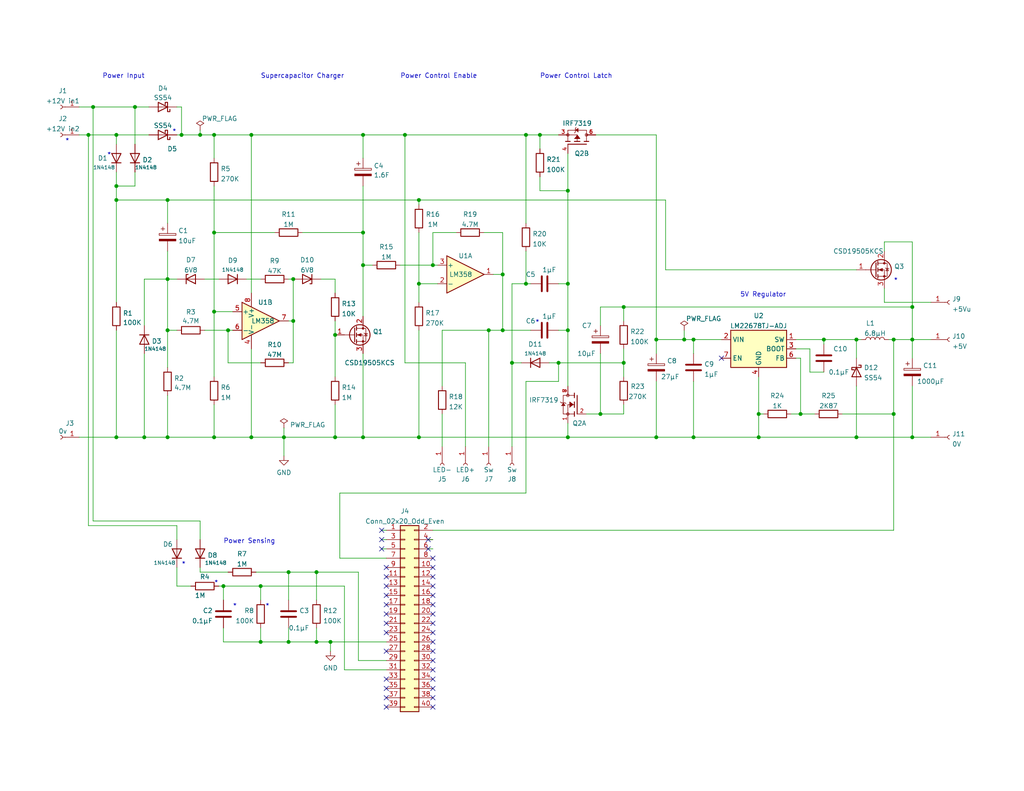
<source format=kicad_sch>
(kicad_sch (version 20211123) (generator eeschema)
  (paper "USLetter")
  (lib_symbols
    (symbol "Amplifier_Operational:LM358" (pin_names (offset 0.127))
      (property "Reference" "U" (at 0 5.08 0))
      (property "Value" "LM358" (at 0 -5.08 0))
      (symbol "LM358_1_1"
        (pin output line (at 7.62 0 180) (length 2.54) (name "~") (number "1"))
        (pin input line (at -7.62 -2.54 0) (length 2.54) (name "-") (number "2"))
        (pin input line (at -7.62 2.54 0) (length 2.54) (name "+") (number "3"))
      )
      (symbol "LM358_2_1"
        (pin input line (at -7.62 2.54 0) (length 2.54) (name "+") (number "5"))
        (pin input line (at -7.62 -2.54 0) (length 2.54) (name "-") (number "6"))
        (pin output line (at 7.62 0 180) (length 2.54) (name "~") (number "7"))
      )
      (symbol "LM358_3_1"
        (pin power_in line (at -2.54 -7.62 90) (length 3.81) (name "V-") (number "4"))
        (pin power_in line (at -2.54 7.62 270) (length 3.81) (name "V+") (number "8"))
      )
    )
    (symbol "Connector:Conn_01x01_Female" (pin_names (offset 1.016) hide)
      (property "Reference" "J" (at 0 2.54 0))
      (property "Value" "Conn_01x01_Female" (at 0 -2.54 0))
      (symbol "Conn_01x01_Female_1_1"
        (pin passive line (at -5.08 0 0) (length 3.81) (name "Pin_1") (number "1"))
      )
    )
    (symbol "Connector_Generic:Conn_02x20_Odd_Even" (pin_names (offset 1.016) hide)
      (property "Reference" "J" (at 1.27 25.4 0))
      (property "Value" "Conn_02x20_Odd_Even" (at 1.27 -27.94 0))
      (symbol "Conn_02x20_Odd_Even_1_1"
        (pin passive line (at -5.08 22.86 0) (length 3.81) (name "Pin_1") (number "1"))
        (pin passive line (at 7.62 12.7 180) (length 3.81) (name "Pin_10") (number "10"))
        (pin passive line (at -5.08 10.16 0) (length 3.81) (name "Pin_11") (number "11"))
        (pin passive line (at 7.62 10.16 180) (length 3.81) (name "Pin_12") (number "12"))
        (pin passive line (at -5.08 7.62 0) (length 3.81) (name "Pin_13") (number "13"))
        (pin passive line (at 7.62 7.62 180) (length 3.81) (name "Pin_14") (number "14"))
        (pin passive line (at -5.08 5.08 0) (length 3.81) (name "Pin_15") (number "15"))
        (pin passive line (at 7.62 5.08 180) (length 3.81) (name "Pin_16") (number "16"))
        (pin passive line (at -5.08 2.54 0) (length 3.81) (name "Pin_17") (number "17"))
        (pin passive line (at 7.62 2.54 180) (length 3.81) (name "Pin_18") (number "18"))
        (pin passive line (at -5.08 0 0) (length 3.81) (name "Pin_19") (number "19"))
        (pin passive line (at 7.62 22.86 180) (length 3.81) (name "Pin_2") (number "2"))
        (pin passive line (at 7.62 0 180) (length 3.81) (name "Pin_20") (number "20"))
        (pin passive line (at -5.08 -2.54 0) (length 3.81) (name "Pin_21") (number "21"))
        (pin passive line (at 7.62 -2.54 180) (length 3.81) (name "Pin_22") (number "22"))
        (pin passive line (at -5.08 -5.08 0) (length 3.81) (name "Pin_23") (number "23"))
        (pin passive line (at 7.62 -5.08 180) (length 3.81) (name "Pin_24") (number "24"))
        (pin passive line (at -5.08 -7.62 0) (length 3.81) (name "Pin_25") (number "25"))
        (pin passive line (at 7.62 -7.62 180) (length 3.81) (name "Pin_26") (number "26"))
        (pin passive line (at -5.08 -10.16 0) (length 3.81) (name "Pin_27") (number "27"))
        (pin passive line (at 7.62 -10.16 180) (length 3.81) (name "Pin_28") (number "28"))
        (pin passive line (at -5.08 -12.7 0) (length 3.81) (name "Pin_29") (number "29"))
        (pin passive line (at -5.08 20.32 0) (length 3.81) (name "Pin_3") (number "3"))
        (pin passive line (at 7.62 -12.7 180) (length 3.81) (name "Pin_30") (number "30"))
        (pin passive line (at -5.08 -15.24 0) (length 3.81) (name "Pin_31") (number "31"))
        (pin passive line (at 7.62 -15.24 180) (length 3.81) (name "Pin_32") (number "32"))
        (pin passive line (at -5.08 -17.78 0) (length 3.81) (name "Pin_33") (number "33"))
        (pin passive line (at 7.62 -17.78 180) (length 3.81) (name "Pin_34") (number "34"))
        (pin passive line (at -5.08 -20.32 0) (length 3.81) (name "Pin_35") (number "35"))
        (pin passive line (at 7.62 -20.32 180) (length 3.81) (name "Pin_36") (number "36"))
        (pin passive line (at -5.08 -22.86 0) (length 3.81) (name "Pin_37") (number "37"))
        (pin passive line (at 7.62 -22.86 180) (length 3.81) (name "Pin_38") (number "38"))
        (pin passive line (at -5.08 -25.4 0) (length 3.81) (name "Pin_39") (number "39"))
        (pin passive line (at 7.62 20.32 180) (length 3.81) (name "Pin_4") (number "4"))
        (pin passive line (at 7.62 -25.4 180) (length 3.81) (name "Pin_40") (number "40"))
        (pin passive line (at -5.08 17.78 0) (length 3.81) (name "Pin_5") (number "5"))
        (pin passive line (at 7.62 17.78 180) (length 3.81) (name "Pin_6") (number "6"))
        (pin passive line (at -5.08 15.24 0) (length 3.81) (name "Pin_7") (number "7"))
        (pin passive line (at 7.62 15.24 180) (length 3.81) (name "Pin_8") (number "8"))
        (pin passive line (at -5.08 12.7 0) (length 3.81) (name "Pin_9") (number "9"))
      )
    )
    (symbol "Device:C" (pin_numbers hide) (pin_names (offset 0.254))
      (property "Reference" "C" (at 0.635 2.54 0))
      (property "Value" "C" (at 0.635 -2.54 0))
      (symbol "C_1_1"
        (pin passive line (at 0 3.81 270) (length 2.794) (name "~") (number "1"))
        (pin passive line (at 0 -3.81 90) (length 2.794) (name "~") (number "2"))
      )
    )
    (symbol "Device:C_Polarized" (pin_numbers hide) (pin_names (offset 0.254))
      (property "Reference" "C" (at 0.635 2.54 0))
      (property "Value" "C_Polarized" (at 0.635 -2.54 0))
      (symbol "C_Polarized_1_1"
        (pin passive line (at 0 3.81 270) (length 2.794) (name "~") (number "1"))
        (pin passive line (at 0 -3.81 90) (length 2.794) (name "~") (number "2"))
      )
    )
    (symbol "Device:D" (pin_numbers hide) (pin_names (offset 1.016) hide)
      (property "Reference" "D" (at 0 2.54 0))
      (property "Value" "D" (at 0 -2.54 0))
      (symbol "D_1_1"
        (pin passive line (at -3.81 0 0) (length 2.54) (name "K") (number "1"))
        (pin passive line (at 3.81 0 180) (length 2.54) (name "A") (number "2"))
      )
    )
    (symbol "Device:D_Schottky" (pin_numbers hide) (pin_names (offset 1.016) hide)
      (property "Reference" "D" (at 0 2.54 0))
      (property "Value" "D_Schottky" (at 0 -2.54 0))
      (symbol "D_Schottky_1_1"
        (pin passive line (at -3.81 0 0) (length 2.54) (name "K") (number "1"))
        (pin passive line (at 3.81 0 180) (length 2.54) (name "A") (number "2"))
      )
    )
    (symbol "Device:D_Zener" (pin_numbers hide) (pin_names (offset 1.016) hide)
      (property "Reference" "D" (at 0 2.54 0))
      (property "Value" "D_Zener" (at 0 -2.54 0))
      (symbol "D_Zener_1_1"
        (pin passive line (at -3.81 0 0) (length 2.54) (name "K") (number "1"))
        (pin passive line (at 3.81 0 180) (length 2.54) (name "A") (number "2"))
      )
    )
    (symbol "Device:L" (pin_numbers hide) (pin_names (offset 1.016) hide)
      (property "Reference" "L" (at -1.27 0 90))
      (property "Value" "L" (at 1.905 0 90))
      (symbol "L_1_1"
        (pin passive line (at 0 3.81 270) (length 1.27) (name "1") (number "1"))
        (pin passive line (at 0 -3.81 90) (length 1.27) (name "2") (number "2"))
      )
    )
    (symbol "Device:R" (pin_numbers hide) (pin_names (offset 0))
      (property "Reference" "R" (at 2.032 0 90))
      (property "Value" "R" (at 0 0 90))
      (symbol "R_1_1"
        (pin passive line (at 0 3.81 270) (length 1.27) (name "~") (number "1"))
        (pin passive line (at 0 -3.81 90) (length 1.27) (name "~") (number "2"))
      )
    )
    (symbol "IRF7319:IRF7319" (pin_names (offset 1.016) hide)
      (property "Reference" "Q" (at -11.43 2.54 0))
      (property "Value" "IRF7319" (at -11.43 -7.62 0))
      (symbol "IRF7319_1_0"
        (pin passive line (at 0 -5.08 90) (length 2.54) (name "S1") (number "1"))
        (pin passive line (at -5.08 -2.54 0) (length 2.54) (name "G1") (number "2"))
        (pin passive line (at 0 5.08 270) (length 2.54) (name "D1") (number "7"))
        (pin passive line (at 0 5.08 270) (length 2.54) (name "D1") (number "8"))
      )
      (symbol "IRF7319_2_0"
        (pin passive line (at 0 -5.08 90) (length 2.54) (name "S2") (number "3"))
        (pin passive line (at -5.08 -2.54 0) (length 2.54) (name "G2") (number "4"))
        (pin passive line (at 0 5.08 270) (length 2.54) (name "D2") (number "5"))
        (pin passive line (at 0 5.08 270) (length 2.54) (name "D2") (number "6"))
      )
    )
    (symbol "IRF7319_1" (pin_names (offset 1.016) hide)
      (property "Reference" "Q" (at -11.43 2.54 0))
      (property "Value" "IRF7319_1" (at -11.43 -7.62 0))
      (symbol "IRF7319_1_1_0"
        (pin passive line (at 0 -5.08 90) (length 2.54) (name "S1") (number "1"))
        (pin passive line (at -5.08 -2.54 0) (length 2.54) (name "G1") (number "2"))
        (pin passive line (at 0 5.08 270) (length 2.54) (name "D1") (number "7"))
        (pin passive line (at 0 5.08 270) (length 2.54) (name "D1") (number "8"))
      )
      (symbol "IRF7319_1_2_0"
        (pin passive line (at 0 -5.08 90) (length 2.54) (name "S2") (number "3"))
        (pin passive line (at -5.08 -2.54 0) (length 2.54) (name "G2") (number "4"))
        (pin passive line (at 0 5.08 270) (length 2.54) (name "D2") (number "5"))
        (pin passive line (at 0 5.08 270) (length 2.54) (name "D2") (number "6"))
      )
    )
    (symbol "Regulator_Switching:LM22678TJ-ADJ"
      (property "Reference" "U" (at -6.35 6.35 0))
      (property "Value" "LM22678TJ-ADJ" (at 5.08 6.35 0))
      (symbol "LM22678TJ-ADJ_1_1"
        (pin power_out line (at 10.16 2.54 180) (length 2.54) (name "SW") (number "1"))
        (pin power_in line (at -10.16 2.54 0) (length 2.54) (name "VIN") (number "2"))
        (pin passive line (at 10.16 0 180) (length 2.54) (name "BOOT") (number "3"))
        (pin power_in line (at 0 -7.62 90) (length 2.54) (name "GND") (number "4"))
        (pin no_connect line (at -7.62 0 0) (length 2.54) hide (name "NC") (number "5"))
        (pin input line (at 10.16 -2.54 180) (length 2.54) (name "FB") (number "6"))
        (pin input line (at -10.16 -2.54 0) (length 2.54) (name "EN") (number "7"))
        (pin passive line (at 0 -7.62 90) (length 2.54) hide (name "GND") (number "8"))
      )
    )
    (symbol "csd19502q5b:CSD19505KCS" (pin_names hide)
      (property "Reference" "Q" (at 5.08 1.905 0))
      (property "Value" "CSD19505KCS" (at 5.08 0 0))
      (symbol "CSD19505KCS_1_1"
        (pin passive line (at -5.08 0 0) (length 2.54) (name "G") (number "1"))
        (pin passive line (at 2.54 5.08 270) (length 2.54) (name "D") (number "2"))
        (pin passive line (at 2.54 -5.08 90) (length 2.54) (name "S") (number "3"))
      )
    )
    (symbol "power:GND" (power) (pin_names (offset 0))
      (property "Value" "GND" (at 0 -3.81 0))
      (symbol "GND_1_1"
        (pin power_in line (at 0 0 270) (length 0) hide (name "GND") (number "1"))
      )
    )
    (symbol "power:PWR_FLAG" (power) (pin_numbers hide) (pin_names (offset 0) hide)
      (property "Value" "PWR_FLAG" (at 0 3.81 0))
      (symbol "PWR_FLAG_0_0"
        (pin power_out line (at 0 0 90) (length 0) (name "pwr") (number "1"))
      )
    )
  )
  (junction (at 233.68 119.38))
  (junction (at 154.94 77.47))
  (junction (at 114.3 54.61))
  (junction (at 99.06 119.38))
  (junction (at 248.92 119.38))
  (junction (at 71.12 175.26))
  (junction (at 31.75 119.38))
  (junction (at 154.94 52.07))
  (junction (at 114.3 77.47))
  (junction (at 78.74 156.21))
  (junction (at 207.01 119.38))
  (junction (at 137.16 74.93))
  (junction (at 207.01 113.03))
  (junction (at 60.96 160.02))
  (junction (at 68.58 36.83))
  (junction (at 189.23 119.38))
  (junction (at 68.58 119.38))
  (junction (at 143.51 77.47))
  (junction (at 224.79 92.71))
  (junction (at 179.07 119.38))
  (junction (at 110.49 36.83))
  (junction (at 31.75 36.83))
  (junction (at 133.35 90.17))
  (junction (at 170.18 99.06))
  (junction (at 90.17 175.26))
  (junction (at 118.11 72.39))
  (junction (at 45.72 90.17))
  (junction (at 86.36 175.26))
  (junction (at 143.51 36.83))
  (junction (at 248.92 83.82))
  (junction (at 45.72 54.61))
  (junction (at 147.32 36.83))
  (junction (at 39.37 119.38))
  (junction (at 58.42 63.5))
  (junction (at 139.7 99.06))
  (junction (at 45.72 76.2))
  (junction (at 54.61 36.83))
  (junction (at 243.84 113.03))
  (junction (at 154.94 90.17))
  (junction (at 71.12 160.02))
  (junction (at 80.01 76.2))
  (junction (at 243.84 92.71))
  (junction (at 78.74 175.26))
  (junction (at 137.16 90.17))
  (junction (at 77.47 119.38))
  (junction (at 86.36 156.21))
  (junction (at 91.44 119.38))
  (junction (at 25.4 29.21))
  (junction (at 189.23 92.71))
  (junction (at 233.68 92.71))
  (junction (at 31.75 54.61))
  (junction (at 99.06 72.39))
  (junction (at 24.13 36.83))
  (junction (at 58.42 85.09))
  (junction (at 152.4 99.06))
  (junction (at 248.92 92.71))
  (junction (at 49.53 36.83))
  (junction (at 170.18 83.82))
  (junction (at 154.94 119.38))
  (junction (at 114.3 119.38))
  (junction (at 91.44 91.44))
  (junction (at 58.42 119.38))
  (junction (at 218.44 113.03))
  (junction (at 31.75 50.8))
  (junction (at 62.23 90.17))
  (junction (at 186.69 92.71))
  (junction (at 58.42 36.83))
  (junction (at 99.06 63.5))
  (junction (at 163.83 113.03))
  (junction (at 80.01 87.63))
  (junction (at 99.06 36.83))
  (junction (at 36.83 29.21))
  (junction (at 45.72 119.38))
  (junction (at 179.07 92.71))
  (no_connect (at 105.41 162.56))
  (no_connect (at 104.14 144.78))
  (no_connect (at 105.41 165.1))
  (no_connect (at 118.11 162.56))
  (no_connect (at 105.41 187.96))
  (no_connect (at 104.14 147.32))
  (no_connect (at 118.11 182.88))
  (no_connect (at 118.11 170.18))
  (no_connect (at 118.11 187.96))
  (no_connect (at 104.14 149.86))
  (no_connect (at 105.41 170.18))
  (no_connect (at 118.11 154.94))
  (no_connect (at 105.41 167.64))
  (no_connect (at 118.11 167.64))
  (no_connect (at 118.11 177.8))
  (no_connect (at 118.11 157.48))
  (no_connect (at 116.84 147.32))
  (no_connect (at 105.41 177.8))
  (no_connect (at 105.41 185.42))
  (no_connect (at 118.11 172.72))
  (no_connect (at 116.84 149.86))
  (no_connect (at 118.11 160.02))
  (no_connect (at 196.85 97.79))
  (no_connect (at 105.41 160.02))
  (no_connect (at 118.11 185.42))
  (no_connect (at 118.11 193.04))
  (no_connect (at 118.11 190.5))
  (no_connect (at 105.41 157.48))
  (no_connect (at 105.41 172.72))
  (no_connect (at 118.11 180.34))
  (no_connect (at 105.41 190.5))
  (no_connect (at 118.11 165.1))
  (no_connect (at 105.41 193.04))
  (no_connect (at 105.41 154.94))
  (no_connect (at 118.11 175.26))
  (no_connect (at 118.11 152.4))
  (wire (pts (xy 114.3 119.38) (xy 154.94 119.38)))
  (wire (pts (xy 186.69 90.17) (xy 186.69 92.71)))
  (wire (pts (xy 179.07 92.71) (xy 179.07 96.52)))
  (wire (pts (xy 132.08 63.5) (xy 137.16 63.5)))
  (wire (pts (xy 99.06 50.8) (xy 99.06 63.5)))
  (wire (pts (xy 220.98 101.6) (xy 220.98 95.25)))
  (wire (pts (xy 139.7 99.06) (xy 142.24 99.06)))
  (wire (pts (xy 60.96 160.02) (xy 71.12 160.02)))
  (wire (pts (xy 248.92 66.04) (xy 241.3 66.04)))
  (wire (pts (xy 78.74 76.2) (xy 80.01 76.2)))
  (wire (pts (xy 25.4 142.24) (xy 54.61 142.24)))
  (wire (pts (xy 154.94 119.38) (xy 179.07 119.38)))
  (wire (pts (xy 91.44 91.44) (xy 91.44 102.87)))
  (wire (pts (xy 86.36 156.21) (xy 97.79 156.21)))
  (wire (pts (xy 114.3 77.47) (xy 114.3 82.55)))
  (wire (pts (xy 137.16 90.17) (xy 144.78 90.17)))
  (wire (pts (xy 104.14 149.86) (xy 105.41 149.86)))
  (wire (pts (xy 59.69 76.2) (xy 55.88 76.2)))
  (wire (pts (xy 229.87 113.03) (xy 243.84 113.03)))
  (wire (pts (xy 241.3 82.55) (xy 254 82.55)))
  (wire (pts (xy 110.49 99.06) (xy 127 99.06)))
  (wire (pts (xy 110.49 99.06) (xy 110.49 36.83)))
  (wire (pts (xy 124.46 63.5) (xy 118.11 63.5)))
  (wire (pts (xy 248.92 92.71) (xy 254 92.71)))
  (wire (pts (xy 137.16 74.93) (xy 137.16 90.17)))
  (wire (pts (xy 143.51 77.47) (xy 144.78 77.47)))
  (wire (pts (xy 179.07 119.38) (xy 189.23 119.38)))
  (wire (pts (xy 114.3 55.88) (xy 114.3 54.61)))
  (wire (pts (xy 58.42 110.49) (xy 58.42 119.38)))
  (wire (pts (xy 196.85 92.71) (xy 189.23 92.71)))
  (wire (pts (xy 31.75 90.17) (xy 31.75 119.38)))
  (wire (pts (xy 92.71 152.4) (xy 92.71 134.62)))
  (wire (pts (xy 48.26 36.83) (xy 49.53 36.83)))
  (wire (pts (xy 91.44 87.63) (xy 91.44 91.44)))
  (wire (pts (xy 25.4 29.21) (xy 36.83 29.21)))
  (wire (pts (xy 60.96 171.45) (xy 60.96 175.26)))
  (wire (pts (xy 62.23 156.21) (xy 54.61 156.21)))
  (wire (pts (xy 54.61 36.83) (xy 54.61 35.56)))
  (wire (pts (xy 218.44 113.03) (xy 215.9 113.03)))
  (wire (pts (xy 58.42 63.5) (xy 58.42 85.09)))
  (wire (pts (xy 99.06 119.38) (xy 114.3 119.38)))
  (wire (pts (xy 163.83 96.52) (xy 163.83 113.03)))
  (wire (pts (xy 48.26 76.2) (xy 45.72 76.2)))
  (wire (pts (xy 139.7 121.92) (xy 139.7 99.06)))
  (wire (pts (xy 91.44 76.2) (xy 91.44 80.01)))
  (wire (pts (xy 143.51 60.96) (xy 143.51 36.83)))
  (wire (pts (xy 58.42 36.83) (xy 68.58 36.83)))
  (wire (pts (xy 133.35 90.17) (xy 133.35 121.92)))
  (wire (pts (xy 137.16 63.5) (xy 137.16 74.93)))
  (wire (pts (xy 233.68 73.66) (xy 181.61 73.66)))
  (wire (pts (xy 45.72 76.2) (xy 45.72 90.17)))
  (wire (pts (xy 39.37 96.52) (xy 39.37 119.38)))
  (wire (pts (xy 31.75 119.38) (xy 39.37 119.38)))
  (wire (pts (xy 133.35 90.17) (xy 137.16 90.17)))
  (wire (pts (xy 82.55 63.5) (xy 99.06 63.5)))
  (wire (pts (xy 48.26 29.21) (xy 49.53 29.21)))
  (wire (pts (xy 45.72 90.17) (xy 48.26 90.17)))
  (wire (pts (xy 91.44 119.38) (xy 99.06 119.38)))
  (wire (pts (xy 71.12 163.83) (xy 71.12 160.02)))
  (wire (pts (xy 116.84 147.32) (xy 118.11 147.32)))
  (wire (pts (xy 154.94 77.47) (xy 154.94 90.17)))
  (wire (pts (xy 189.23 96.52) (xy 189.23 92.71)))
  (wire (pts (xy 36.83 46.99) (xy 36.83 50.8)))
  (wire (pts (xy 86.36 163.83) (xy 86.36 156.21)))
  (wire (pts (xy 78.74 175.26) (xy 86.36 175.26)))
  (wire (pts (xy 152.4 99.06) (xy 170.18 99.06)))
  (wire (pts (xy 45.72 119.38) (xy 58.42 119.38)))
  (wire (pts (xy 149.86 99.06) (xy 152.4 99.06)))
  (wire (pts (xy 114.3 90.17) (xy 114.3 119.38)))
  (wire (pts (xy 31.75 36.83) (xy 31.75 39.37)))
  (wire (pts (xy 119.38 77.47) (xy 114.3 77.47)))
  (wire (pts (xy 101.6 72.39) (xy 99.06 72.39)))
  (wire (pts (xy 127 121.92) (xy 127 99.06)))
  (wire (pts (xy 241.3 66.04) (xy 241.3 68.58)))
  (wire (pts (xy 49.53 36.83) (xy 54.61 36.83)))
  (wire (pts (xy 119.38 72.39) (xy 118.11 72.39)))
  (wire (pts (xy 58.42 43.18) (xy 58.42 36.83)))
  (wire (pts (xy 45.72 90.17) (xy 45.72 100.33)))
  (wire (pts (xy 163.83 83.82) (xy 163.83 88.9)))
  (wire (pts (xy 162.56 36.83) (xy 179.07 36.83)))
  (wire (pts (xy 99.06 72.39) (xy 99.06 86.36)))
  (wire (pts (xy 62.23 90.17) (xy 63.5 90.17)))
  (wire (pts (xy 248.92 66.04) (xy 248.92 83.82)))
  (wire (pts (xy 154.94 52.07) (xy 154.94 77.47)))
  (wire (pts (xy 87.63 76.2) (xy 91.44 76.2)))
  (wire (pts (xy 133.35 90.17) (xy 120.65 90.17)))
  (wire (pts (xy 24.13 36.83) (xy 24.13 143.51)))
  (wire (pts (xy 181.61 54.61) (xy 181.61 73.66)))
  (wire (pts (xy 39.37 76.2) (xy 39.37 88.9)))
  (wire (pts (xy 152.4 77.47) (xy 154.94 77.47)))
  (wire (pts (xy 45.72 68.58) (xy 45.72 76.2)))
  (wire (pts (xy 147.32 40.64) (xy 147.32 36.83)))
  (wire (pts (xy 86.36 171.45) (xy 86.36 175.26)))
  (wire (pts (xy 170.18 113.03) (xy 163.83 113.03)))
  (wire (pts (xy 217.17 97.79) (xy 218.44 97.79)))
  (wire (pts (xy 186.69 92.71) (xy 189.23 92.71)))
  (wire (pts (xy 120.65 90.17) (xy 120.65 105.41)))
  (wire (pts (xy 218.44 97.79) (xy 218.44 113.03)))
  (wire (pts (xy 120.65 113.03) (xy 120.65 121.92)))
  (wire (pts (xy 179.07 36.83) (xy 179.07 92.71)))
  (wire (pts (xy 189.23 119.38) (xy 207.01 119.38)))
  (wire (pts (xy 109.22 72.39) (xy 118.11 72.39)))
  (wire (pts (xy 36.83 29.21) (xy 36.83 39.37)))
  (wire (pts (xy 97.79 180.34) (xy 97.79 156.21)))
  (wire (pts (xy 78.74 156.21) (xy 86.36 156.21)))
  (wire (pts (xy 233.68 119.38) (xy 207.01 119.38)))
  (wire (pts (xy 105.41 182.88) (xy 93.98 182.88)))
  (wire (pts (xy 154.94 115.57) (xy 154.94 119.38)))
  (wire (pts (xy 248.92 83.82) (xy 170.18 83.82)))
  (wire (pts (xy 93.98 182.88) (xy 93.98 160.02)))
  (wire (pts (xy 104.14 144.78) (xy 105.41 144.78)))
  (wire (pts (xy 233.68 105.41) (xy 233.68 119.38)))
  (wire (pts (xy 21.59 36.83) (xy 24.13 36.83)))
  (wire (pts (xy 134.62 74.93) (xy 137.16 74.93)))
  (wire (pts (xy 78.74 87.63) (xy 80.01 87.63)))
  (wire (pts (xy 147.32 36.83) (xy 152.4 36.83)))
  (wire (pts (xy 59.69 160.02) (xy 60.96 160.02)))
  (wire (pts (xy 21.59 29.21) (xy 25.4 29.21)))
  (wire (pts (xy 243.84 113.03) (xy 243.84 144.78)))
  (wire (pts (xy 139.7 99.06) (xy 139.7 77.47)))
  (wire (pts (xy 68.58 80.01) (xy 68.58 36.83)))
  (wire (pts (xy 54.61 156.21) (xy 54.61 154.94)))
  (wire (pts (xy 143.51 68.58) (xy 143.51 77.47)))
  (wire (pts (xy 31.75 36.83) (xy 40.64 36.83)))
  (wire (pts (xy 224.79 93.98) (xy 224.79 92.71)))
  (wire (pts (xy 31.75 46.99) (xy 31.75 50.8)))
  (wire (pts (xy 90.17 175.26) (xy 90.17 177.8)))
  (wire (pts (xy 152.4 90.17) (xy 154.94 90.17)))
  (wire (pts (xy 241.3 78.74) (xy 241.3 82.55)))
  (wire (pts (xy 77.47 116.84) (xy 77.47 119.38)))
  (wire (pts (xy 105.41 152.4) (xy 92.71 152.4)))
  (wire (pts (xy 248.92 83.82) (xy 248.92 92.71)))
  (wire (pts (xy 207.01 102.87) (xy 207.01 113.03)))
  (wire (pts (xy 105.41 180.34) (xy 97.79 180.34)))
  (wire (pts (xy 224.79 101.6) (xy 220.98 101.6)))
  (wire (pts (xy 207.01 113.03) (xy 207.01 119.38)))
  (wire (pts (xy 189.23 104.14) (xy 189.23 119.38)))
  (wire (pts (xy 154.94 90.17) (xy 154.94 105.41)))
  (wire (pts (xy 248.92 105.41) (xy 248.92 119.38)))
  (wire (pts (xy 99.06 63.5) (xy 99.06 72.39)))
  (wire (pts (xy 49.53 36.83) (xy 49.53 29.21)))
  (wire (pts (xy 69.85 156.21) (xy 78.74 156.21)))
  (wire (pts (xy 31.75 50.8) (xy 36.83 50.8)))
  (wire (pts (xy 170.18 87.63) (xy 170.18 83.82)))
  (wire (pts (xy 254 119.38) (xy 248.92 119.38)))
  (wire (pts (xy 143.51 104.14) (xy 143.51 134.62)))
  (wire (pts (xy 31.75 54.61) (xy 45.72 54.61)))
  (wire (pts (xy 208.28 113.03) (xy 207.01 113.03)))
  (wire (pts (xy 68.58 119.38) (xy 77.47 119.38)))
  (wire (pts (xy 170.18 110.49) (xy 170.18 113.03)))
  (wire (pts (xy 68.58 95.25) (xy 68.58 119.38)))
  (wire (pts (xy 170.18 102.87) (xy 170.18 99.06)))
  (wire (pts (xy 25.4 29.21) (xy 25.4 142.24)))
  (wire (pts (xy 63.5 85.09) (xy 58.42 85.09)))
  (wire (pts (xy 222.25 113.03) (xy 218.44 113.03)))
  (wire (pts (xy 118.11 144.78) (xy 243.84 144.78)))
  (wire (pts (xy 248.92 92.71) (xy 243.84 92.71)))
  (wire (pts (xy 233.68 97.79) (xy 233.68 92.71)))
  (wire (pts (xy 116.84 149.86) (xy 118.11 149.86)))
  (wire (pts (xy 243.84 113.03) (xy 243.84 92.71)))
  (wire (pts (xy 80.01 87.63) (xy 80.01 99.06)))
  (wire (pts (xy 71.12 175.26) (xy 78.74 175.26)))
  (wire (pts (xy 31.75 50.8) (xy 31.75 54.61)))
  (wire (pts (xy 39.37 76.2) (xy 45.72 76.2)))
  (wire (pts (xy 71.12 99.06) (xy 62.23 99.06)))
  (wire (pts (xy 31.75 82.55) (xy 31.75 54.61)))
  (wire (pts (xy 60.96 175.26) (xy 71.12 175.26)))
  (wire (pts (xy 71.12 171.45) (xy 71.12 175.26)))
  (wire (pts (xy 45.72 54.61) (xy 45.72 60.96)))
  (wire (pts (xy 170.18 95.25) (xy 170.18 99.06)))
  (wire (pts (xy 248.92 97.79) (xy 248.92 92.71)))
  (wire (pts (xy 154.94 41.91) (xy 154.94 52.07)))
  (wire (pts (xy 114.3 63.5) (xy 114.3 77.47)))
  (wire (pts (xy 99.06 43.18) (xy 99.06 36.83)))
  (wire (pts (xy 147.32 48.26) (xy 147.32 52.07)))
  (wire (pts (xy 58.42 36.83) (xy 54.61 36.83)))
  (wire (pts (xy 78.74 171.45) (xy 78.74 175.26)))
  (wire (pts (xy 45.72 107.95) (xy 45.72 119.38)))
  (wire (pts (xy 99.06 36.83) (xy 110.49 36.83)))
  (wire (pts (xy 62.23 90.17) (xy 62.23 99.06)))
  (wire (pts (xy 80.01 76.2) (xy 80.01 87.63)))
  (wire (pts (xy 160.02 113.03) (xy 163.83 113.03)))
  (wire (pts (xy 179.07 92.71) (xy 186.69 92.71)))
  (wire (pts (xy 104.14 147.32) (xy 105.41 147.32)))
  (wire (pts (xy 48.26 154.94) (xy 48.26 160.02)))
  (wire (pts (xy 233.68 92.71) (xy 234.95 92.71)))
  (wire (pts (xy 77.47 124.46) (xy 77.47 119.38)))
  (wire (pts (xy 170.18 83.82) (xy 163.83 83.82)))
  (wire (pts (xy 143.51 36.83) (xy 147.32 36.83)))
  (wire (pts (xy 91.44 110.49) (xy 91.44 119.38)))
  (wire (pts (xy 242.57 92.71) (xy 243.84 92.71)))
  (wire (pts (xy 90.17 175.26) (xy 105.41 175.26)))
  (wire (pts (xy 78.74 163.83) (xy 78.74 156.21)))
  (wire (pts (xy 58.42 63.5) (xy 74.93 63.5)))
  (wire (pts (xy 248.92 119.38) (xy 233.68 119.38)))
  (wire (pts (xy 86.36 175.26) (xy 90.17 175.26)))
  (wire (pts (xy 68.58 36.83) (xy 99.06 36.83)))
  (wire (pts (xy 152.4 104.14) (xy 152.4 99.06)))
  (wire (pts (xy 110.49 36.83) (xy 143.51 36.83)))
  (wire (pts (xy 220.98 95.25) (xy 217.17 95.25)))
  (wire (pts (xy 58.42 119.38) (xy 68.58 119.38)))
  (wire (pts (xy 36.83 29.21) (xy 40.64 29.21)))
  (wire (pts (xy 217.17 92.71) (xy 224.79 92.71)))
  (wire (pts (xy 60.96 163.83) (xy 60.96 160.02)))
  (wire (pts (xy 21.59 119.38) (xy 31.75 119.38)))
  (wire (pts (xy 78.74 99.06) (xy 80.01 99.06)))
  (wire (pts (xy 71.12 160.02) (xy 93.98 160.02)))
  (wire (pts (xy 147.32 52.07) (xy 154.94 52.07)))
  (wire (pts (xy 55.88 90.17) (xy 62.23 90.17)))
  (wire (pts (xy 99.06 96.52) (xy 99.06 119.38)))
  (wire (pts (xy 24.13 36.83) (xy 31.75 36.83)))
  (wire (pts (xy 92.71 134.62) (xy 143.51 134.62)))
  (wire (pts (xy 58.42 50.8) (xy 58.42 63.5)))
  (wire (pts (xy 114.3 54.61) (xy 181.61 54.61)))
  (wire (pts (xy 48.26 160.02) (xy 52.07 160.02)))
  (wire (pts (xy 139.7 77.47) (xy 143.51 77.47)))
  (wire (pts (xy 58.42 102.87) (xy 58.42 85.09)))
  (wire (pts (xy 45.72 119.38) (xy 39.37 119.38)))
  (wire (pts (xy 179.07 119.38) (xy 179.07 104.14)))
  (wire (pts (xy 224.79 92.71) (xy 233.68 92.71)))
  (wire (pts (xy 118.11 63.5) (xy 118.11 72.39)))
  (wire (pts (xy 77.47 119.38) (xy 91.44 119.38)))
  (wire (pts (xy 67.31 76.2) (xy 71.12 76.2)))
  (wire (pts (xy 143.51 104.14) (xy 152.4 104.14)))
  (wire (pts (xy 48.26 143.51) (xy 48.26 147.32)))
  (wire (pts (xy 54.61 147.32) (xy 54.61 142.24)))
  (wire (pts (xy 45.72 54.61) (xy 114.3 54.61)))
  (wire (pts (xy 24.13 143.51) (xy 48.26 143.51)))
  (text "*" (at 243.84 77.47 0) (effects (font (size 1.27 1.27)) (justify left bottom)))
  (text "5V Regulator" (at 201.93 81.28 0) (effects (font (size 1.27 1.27)) (justify left bottom)))
  (text "Power Input\n" (at 27.94 21.59 0) (effects (font (size 1.27 1.27)) (justify left bottom)))
  (text "Supercapacitor Charger" (at 71.12 21.59 0) (effects (font (size 1.27 1.27)) (justify left bottom)))
  (text "*" (at 146.05 88.9 0) (effects (font (size 1.27 1.27)) (justify left bottom)))
  (text "*" (at 29.21 43.18 0) (effects (font (size 1.27 1.27)) (justify left bottom)))
  (text "Power Control Enable" (at 109.22 21.59 0) (effects (font (size 1.27 1.27)) (justify left bottom)))
  (text "*" (at 17.78 39.37 0) (effects (font (size 1.27 1.27)) (justify left bottom)))
  (text "Power Control Latch" (at 147.32 21.59 0) (effects (font (size 1.27 1.27)) (justify left bottom)))
  (text "*" (at 58.42 160.02 0) (effects (font (size 1.27 1.27)) (justify left bottom)))
  (text "*" (at 46.99 36.83 0) (effects (font (size 1.27 1.27)) (justify left bottom)))
  (text "Power Sensing\n" (at 60.96 148.59 0) (effects (font (size 1.27 1.27)) (justify left bottom)))
  (text "*" (at 72.39 166.37 0) (effects (font (size 1.27 1.27)) (justify left bottom)))
  (text "*" (at 63.5 166.37 0) (effects (font (size 1.27 1.27)) (justify left bottom)))
  (text "*" (at 49.53 154.94 0) (effects (font (size 1.27 1.27)) (justify left bottom)))
  (symbol (lib_id "Device:C_Polarized") (at 99.06 46.99 0) (unit 1)
    (property "Reference" "C4" (at 101.981 45.2663 0) (effects (justify left)))
    (property "Value" "1.6F" (at 101.981 47.8032 0) (effects (justify left)))
    (property "Footprint" "my_extras:SuperCapacitor Module" (effects hide))
    (property "Spice_Primitive" "C" (effects hide))
    (property "Spice_Model" "100000uF" (effects hide))
    (property "Spice_Netlist_Enabled" "Y" (effects hide))
  )
  (symbol (lib_name "IRF7319_1") (lib_id "IRF7319:IRF7319") (at 157.48 36.83 270) (mirror x) (unit 2)
    (property "Reference" "Q2" (at 158.75 41.91 90))
    (property "Value" "IRF7319" (at 157.48 33.6574 90))
    (property "Footprint" "my_extras:SOIC127P600X175-8N" (effects hide))
    (property "Datasheet" "None" (effects hide))
    (property "Field4" "SOIC-8 International Rectifier" (effects hide))
    (property "Field5" "Infineon Technologies" (effects hide))
    (property "Field6" "30V Dual N- and P- Channel HEXFET Power MOSFET in a SO-8 package" (effects hide))
    (property "Field7" "Unavailable" (effects hide))
    (property "Field8" "IRF7319" (effects hide))
  )
  (symbol (lib_id "Device:R") (at 58.42 106.68 0) (unit 1)
    (property "Reference" "R6" (at 60.198 105.7715 0) (effects (justify left)))
    (property "Value" "1M" (at 60.198 108.5466 0) (effects (justify left)))
    (property "Footprint" "Resistor_THT:R_Axial_DIN0207_L6.3mm_D2.5mm_P10.16mm_Horizontal" (effects hide))
    (property "Spice_Primitive" "R" (effects hide))
    (property "Spice_Model" "1Meg" (effects hide))
    (property "Spice_Netlist_Enabled" "Y" (effects hide))
  )
  (symbol (lib_id "IRF7319:IRF7319") (at 154.94 110.49 0) (mirror y) (unit 1)
    (property "Reference" "Q2" (at 160.02 115.57 0) (effects (justify left)))
    (property "Value" "IRF7319" (at 152.4 109.22 0) (effects (justify left)))
    (property "Footprint" "my_extras:SOIC127P600X175-8N" (effects hide))
    (property "Datasheet" "None" (effects hide))
    (property "Field4" "SOIC-8 International Rectifier" (effects hide))
    (property "Field5" "Infineon Technologies" (effects hide))
    (property "Field6" "30V Dual N- and P- Channel HEXFET Power MOSFET in a SO-8 package" (effects hide))
    (property "Field7" "Unavailable" (effects hide))
    (property "Field8" "IRF7319" (effects hide))
  )
  (symbol (lib_id "Connector:Conn_01x01_Female") (at 259.08 92.71 0) (unit 1)
    (property "Reference" "J10" (at 259.7912 91.8015 0) (effects (justify left)))
    (property "Value" "+5V" (at 259.7912 94.5766 0) (effects (justify left)))
    (property "Footprint" "my_extras:SolderConnector - HighCurrent" (effects hide))
  )
  (symbol (lib_id "Device:C_Polarized") (at 163.83 92.71 0) (unit 1)
    (property "Reference" "C7" (at 158.75 88.9 0) (effects (justify left)))
    (property "Value" "10μF" (at 157.48 96.52 0) (effects (justify left)))
    (property "Footprint" "Capacitor_THT:CP_Radial_D5.0mm_P2.00mm" (effects hide))
  )
  (symbol (lib_id "Connector:Conn_01x01_Female") (at 16.51 119.38 0) (mirror y) (unit 1)
    (property "Reference" "J3" (at 19.05 115.57 0))
    (property "Value" "0v" (at 17.145 117.7314 0))
    (property "Footprint" "my_extras:SolderConnector - HighCurrent" (effects hide))
  )
  (symbol (lib_id "Device:R") (at 45.72 104.14 0) (unit 1)
    (property "Reference" "R2" (at 47.498 103.3053 0) (effects (justify left)))
    (property "Value" "4.7M" (at 47.498 105.8422 0) (effects (justify left)))
    (property "Footprint" "Resistor_THT:R_Axial_DIN0207_L6.3mm_D2.5mm_P10.16mm_Horizontal" (effects hide))
    (property "Spice_Primitive" "R" (effects hide))
    (property "Spice_Model" "2Meg" (effects hide))
    (property "Spice_Netlist_Enabled" "Y" (effects hide))
  )
  (symbol (lib_id "Device:R") (at 170.18 91.44 0) (unit 1)
    (property "Reference" "R22" (at 171.958 90.5315 0) (effects (justify left)))
    (property "Value" "100K" (at 171.958 93.3066 0) (effects (justify left)))
    (property "Footprint" "Resistor_THT:R_Axial_DIN0207_L6.3mm_D2.5mm_P10.16mm_Horizontal" (effects hide))
  )
  (symbol (lib_id "Device:R") (at 52.07 90.17 90) (unit 1)
    (property "Reference" "R3" (at 52.07 85.1875 90))
    (property "Value" "4.7M" (at 52.07 87.63 90))
    (property "Footprint" "Resistor_THT:R_Axial_DIN0207_L6.3mm_D2.5mm_P10.16mm_Horizontal" (effects hide))
    (property "Spice_Primitive" "R" (effects hide))
    (property "Spice_Model" "4Meg" (effects hide))
    (property "Spice_Netlist_Enabled" "Y" (effects hide))
  )
  (symbol (lib_id "Device:D") (at 146.05 99.06 0) (unit 1)
    (property "Reference" "D11" (at 146.05 93.98 0))
    (property "Value" "1N4148" (at 146.05 96.52 0) (effects (font (size 1 1))))
    (property "Footprint" "Diode_THT:D_A-405_P7.62mm_Horizontal" (effects hide))
  )
  (symbol (lib_id "Device:C") (at 78.74 167.64 0) (unit 1)
    (property "Reference" "C3" (at 81.661 166.7315 0) (effects (justify left)))
    (property "Value" "0.1μF" (at 78.74 171.45 0) (effects (justify left)))
    (property "Footprint" "Capacitor_THT:C_Disc_D5.0mm_W2.5mm_P2.50mm" (effects hide))
  )
  (symbol (lib_id "power:GND") (at 90.17 177.8 0) (unit 1)
    (property "Reference" "#PWR02" (effects hide))
    (property "Value" "GND" (at 90.17 182.3625 0))
  )
  (symbol (lib_id "Device:D") (at 31.75 43.18 90) (unit 1)
    (property "Reference" "D1" (at 26.67 43.18 90) (effects (justify right)))
    (property "Value" "1N4148" (at 25.4 45.72 90) (effects (font (size 1 1)) (justify right)))
    (property "Footprint" "Diode_THT:D_A-405_P7.62mm_Horizontal" (effects hide))
  )
  (symbol (lib_id "Device:R") (at 120.65 109.22 0) (unit 1)
    (property "Reference" "R18" (at 122.428 108.3115 0) (effects (justify left)))
    (property "Value" "12K" (at 122.428 111.0866 0) (effects (justify left)))
    (property "Footprint" "Resistor_THT:R_Axial_DIN0207_L6.3mm_D2.5mm_P10.16mm_Horizontal" (effects hide))
    (property "Spice_Primitive" "R" (effects hide))
    (property "Spice_Model" "270k" (effects hide))
    (property "Spice_Netlist_Enabled" "Y" (effects hide))
  )
  (symbol (lib_id "Device:D_Zener") (at 83.82 76.2 180) (unit 1)
    (property "Reference" "D10" (at 83.82 70.9635 0))
    (property "Value" "6V8" (at 83.82 73.7386 0))
    (property "Footprint" "Diode_THT:D_A-405_P7.62mm_Horizontal" (effects hide))
    (property "Spice_Primitive" "D" (effects hide))
    (property "Spice_Model" "ZD6V8" (effects hide))
    (property "Spice_Netlist_Enabled" "Y" (effects hide))
    (property "Spice_Lib_File" "spice/my_spice.lib" (effects hide))
  )
  (symbol (lib_id "Device:D") (at 48.26 151.13 90) (unit 1)
    (property "Reference" "D6" (at 44.45 148.59 90) (effects (justify right)))
    (property "Value" "1N4148" (at 41.91 153.67 90) (effects (font (size 1 1)) (justify right)))
    (property "Footprint" "Diode_THT:D_A-405_P7.62mm_Horizontal" (effects hide))
  )
  (symbol (lib_id "Device:R") (at 91.44 83.82 0) (unit 1)
    (property "Reference" "R13" (at 93.218 82.9115 0) (effects (justify left)))
    (property "Value" "10K" (at 93.218 85.6866 0) (effects (justify left)))
    (property "Footprint" "Resistor_THT:R_Axial_DIN0207_L6.3mm_D2.5mm_P10.16mm_Horizontal" (effects hide))
    (property "Spice_Primitive" "R" (effects hide))
    (property "Spice_Model" "270k" (effects hide))
    (property "Spice_Netlist_Enabled" "Y" (effects hide))
  )
  (symbol (lib_id "Device:R") (at 128.27 63.5 90) (unit 1)
    (property "Reference" "R19" (at 128.27 58.5175 90))
    (property "Value" "4.7M" (at 128.27 61.2926 90))
    (property "Footprint" "Resistor_THT:R_Axial_DIN0207_L6.3mm_D2.5mm_P10.16mm_Horizontal" (effects hide))
    (property "Spice_Primitive" "R" (effects hide))
    (property "Spice_Model" "4.7Meg" (effects hide))
    (property "Spice_Netlist_Enabled" "Y" (effects hide))
  )
  (symbol (lib_id "Device:R") (at 58.42 46.99 0) (unit 1)
    (property "Reference" "R5" (at 60.198 46.0815 0) (effects (justify left)))
    (property "Value" "270K" (at 60.198 48.8566 0) (effects (justify left)))
    (property "Footprint" "Resistor_THT:R_Axial_DIN0207_L6.3mm_D2.5mm_P10.16mm_Horizontal" (effects hide))
    (property "Spice_Primitive" "R" (effects hide))
    (property "Spice_Model" "270k" (effects hide))
    (property "Spice_Netlist_Enabled" "Y" (effects hide))
  )
  (symbol (lib_id "Device:R") (at 74.93 76.2 90) (unit 1)
    (property "Reference" "R9" (at 74.93 71.2175 90))
    (property "Value" "47K" (at 74.93 73.9926 90))
    (property "Footprint" "Resistor_THT:R_Axial_DIN0207_L6.3mm_D2.5mm_P10.16mm_Horizontal" (effects hide))
    (property "Spice_Primitive" "R" (effects hide))
    (property "Spice_Model" "47k" (effects hide))
    (property "Spice_Netlist_Enabled" "Y" (effects hide))
  )
  (symbol (lib_id "Device:D_Zener") (at 52.07 76.2 0) (unit 1)
    (property "Reference" "D7" (at 52.07 70.9635 0))
    (property "Value" "6V8" (at 52.07 73.7386 0))
    (property "Footprint" "Diode_THT:D_A-405_P7.62mm_Horizontal" (effects hide))
    (property "Spice_Primitive" "D" (effects hide))
    (property "Spice_Model" "ZD6V8" (effects hide))
    (property "Spice_Netlist_Enabled" "Y" (effects hide))
    (property "Spice_Lib_File" "spice/my_spice.lib" (effects hide))
  )
  (symbol (lib_id "Connector_Generic:Conn_02x20_Odd_Even") (at 110.49 167.64 0) (unit 1)
    (property "Reference" "J4" (at 110.49 139.5435 0))
    (property "Value" "Conn_02x20_Odd_Even" (at 110.49 142.3186 0))
    (property "Footprint" "Connector_PinHeader_2.54mm:PinHeader_2x20_P2.54mm_Vertical" (effects hide))
  )
  (symbol (lib_id "Device:R") (at 114.3 86.36 0) (unit 1)
    (property "Reference" "R17" (at 116.078 85.4515 0) (effects (justify left)))
    (property "Value" "270K" (at 116.078 88.2266 0) (effects (justify left)))
    (property "Footprint" "Resistor_THT:R_Axial_DIN0207_L6.3mm_D2.5mm_P10.16mm_Horizontal" (effects hide))
    (property "Spice_Primitive" "R" (effects hide))
    (property "Spice_Model" "270k" (effects hide))
    (property "Spice_Netlist_Enabled" "Y" (effects hide))
  )
  (symbol (lib_id "Device:D") (at 39.37 92.71 270) (unit 1)
    (property "Reference" "D3" (at 41.402 93.1438 90) (effects (justify left)))
    (property "Value" "1N4148" (at 39.37 95.25 90) (effects (font (size 1 1)) (justify left)))
    (property "Footprint" "Diode_THT:D_A-405_P7.62mm_Horizontal" (effects hide))
    (property "Spice_Primitive" "D" (effects hide))
    (property "Spice_Model" "D1N4148_1" (effects hide))
    (property "Spice_Netlist_Enabled" "Y" (effects hide))
    (property "Spice_Lib_File" "spice/my_spice.lib" (effects hide))
    (property "Spice_Node_Sequence" "2 1" (effects hide))
  )
  (symbol (lib_id "csd19502q5b:CSD19505KCS") (at 96.52 91.44 0) (unit 1)
    (property "Reference" "Q1" (at 101.727 90.5315 0) (effects (justify left)))
    (property "Value" "CSD19505KCS" (at 93.98 99.06 0) (effects (justify left)))
    (property "Footprint" "Package_TO_SOT_THT:TO-220-3_Vertical" (effects hide))
    (property "Datasheet" "https://www.ti.com/lit/gpn/csd19505kcs" (effects hide))
    (property "Spice_Primitive" "X" (effects hide))
    (property "Spice_Model" "GP_MOSFETN" (effects hide))
    (property "Spice_Netlist_Enabled" "Y" (effects hide))
    (property "Spice_Node_Sequence" "2 1 3" (effects hide))
    (property "Spice_Lib_File" "spice/mosfet.lib" (effects hide))
  )
  (symbol (lib_id "power:PWR_FLAG") (at 77.47 116.84 0) (unit 1)
    (property "Reference" "#FLG02" (effects hide))
    (property "Value" "PWR_FLAG" (at 79.121 116.0038 0) (effects (justify left)))
  )
  (symbol (lib_id "Connector:Conn_01x01_Female") (at 16.51 36.83 0) (mirror y) (unit 1)
    (property "Reference" "J2" (at 17.145 32.4063 0))
    (property "Value" "+12V in2" (at 17.145 35.1814 0))
    (property "Footprint" "my_extras:SolderConnector - HighCurrent" (effects hide))
  )
  (symbol (lib_id "Device:L") (at 238.76 92.71 90) (unit 1)
    (property "Reference" "L1" (at 237.49 88.2355 90))
    (property "Value" "6.8μH" (at 238.76 91.0106 90))
    (property "Footprint" "Inductor_SMD:L_Bourns-SRU1028_10.0x10.0mm" (effects hide))
  )
  (symbol (lib_id "Device:R") (at 78.74 63.5 90) (unit 1)
    (property "Reference" "R11" (at 78.74 58.5175 90))
    (property "Value" "1M" (at 78.74 61.2926 90))
    (property "Footprint" "Resistor_THT:R_Axial_DIN0207_L6.3mm_D2.5mm_P10.16mm_Horizontal" (effects hide))
    (property "Spice_Primitive" "R" (effects hide))
    (property "Spice_Model" "1meg" (effects hide))
    (property "Spice_Netlist_Enabled" "Y" (effects hide))
  )
  (symbol (lib_id "Device:R") (at 170.18 106.68 0) (unit 1)
    (property "Reference" "R23" (at 173.99 105.5075 0))
    (property "Value" "270K" (at 173.99 108.2826 0))
    (property "Footprint" "Resistor_THT:R_Axial_DIN0207_L6.3mm_D2.5mm_P10.16mm_Horizontal" (effects hide))
  )
  (symbol (lib_id "Device:D_Schottky") (at 44.45 29.21 180) (unit 1)
    (property "Reference" "D4" (at 44.45 24.13 0))
    (property "Value" "SS54" (at 44.45 26.67 0))
    (property "Footprint" "my_extras:DO-214AC" (effects hide))
  )
  (symbol (lib_id "Device:D") (at 54.61 151.13 90) (unit 1)
    (property "Reference" "D8" (at 56.642 151.609 90) (effects (justify right)))
    (property "Value" "1N4148" (at 55.88 153.67 90) (effects (font (size 1 1)) (justify right)))
    (property "Footprint" "Diode_THT:D_A-405_P7.62mm_Horizontal" (effects hide))
  )
  (symbol (lib_id "Regulator_Switching:LM22678TJ-ADJ") (at 207.01 95.25 0) (unit 1)
    (property "Reference" "U2" (at 207.01 86.2035 0))
    (property "Value" "LM22678TJ-ADJ" (at 207.01 88.9786 0))
    (property "Footprint" "Package_TO_SOT_SMD:TO-263-7_TabPin8" (effects hide))
    (property "Datasheet" "https://www.ti.com/lit/ds/symlink/lm22678.pdf" (effects hide))
  )
  (symbol (lib_id "Device:R") (at 114.3 59.69 0) (unit 1)
    (property "Reference" "R16" (at 118.11 58.5175 0))
    (property "Value" "1M" (at 118.11 61.2926 0))
    (property "Footprint" "Resistor_THT:R_Axial_DIN0207_L6.3mm_D2.5mm_P10.16mm_Horizontal" (effects hide))
  )
  (symbol (lib_id "Connector:Conn_01x01_Female") (at 120.65 127 90) (mirror x) (unit 1)
    (property "Reference" "J5" (at 120.65 130.81 90))
    (property "Value" "LED-" (at 120.65 128.27 90))
    (property "Footprint" "my_extras:SolderConnector" (effects hide))
  )
  (symbol (lib_id "Device:R") (at 226.06 113.03 90) (unit 1)
    (property "Reference" "R25" (at 226.06 108.0475 90))
    (property "Value" "2K87" (at 226.06 110.8226 90))
    (property "Footprint" "Resistor_THT:R_Axial_DIN0207_L6.3mm_D2.5mm_P10.16mm_Horizontal" (effects hide))
  )
  (symbol (lib_id "Device:R") (at 91.44 106.68 0) (unit 1)
    (property "Reference" "R14" (at 93.218 105.7715 0) (effects (justify left)))
    (property "Value" "1M" (at 93.218 108.5466 0) (effects (justify left)))
    (property "Footprint" "Resistor_THT:R_Axial_DIN0207_L6.3mm_D2.5mm_P10.16mm_Horizontal" (effects hide))
    (property "Spice_Primitive" "R" (effects hide))
    (property "Spice_Model" "1Meg" (effects hide))
    (property "Spice_Netlist_Enabled" "Y" (effects hide))
  )
  (symbol (lib_id "Device:R") (at 105.41 72.39 90) (unit 1)
    (property "Reference" "R15" (at 105.41 67.4075 90))
    (property "Value" "1M" (at 105.41 70.1826 90))
    (property "Footprint" "Resistor_THT:R_Axial_DIN0207_L6.3mm_D2.5mm_P10.16mm_Horizontal" (effects hide))
    (property "Spice_Primitive" "R" (effects hide))
    (property "Spice_Model" "1Meg" (effects hide))
    (property "Spice_Netlist_Enabled" "Y" (effects hide))
  )
  (symbol (lib_id "Device:D") (at 36.83 43.18 90) (unit 1)
    (property "Reference" "D2" (at 38.862 43.659 90) (effects (justify right)))
    (property "Value" "1N4148" (at 36.83 45.72 90) (effects (font (size 1 1)) (justify right)))
    (property "Footprint" "Diode_THT:D_A-405_P7.62mm_Horizontal" (effects hide))
  )
  (symbol (lib_id "Device:C_Polarized") (at 248.92 101.6 0) (unit 1)
    (property "Reference" "C11" (at 251.841 99.8025 0) (effects (justify left)))
    (property "Value" "1000μF" (at 250.19 104.14 0) (effects (justify left)))
    (property "Footprint" "Capacitor_THT:CP_Radial_D8.0mm_P2.50mm" (effects hide))
  )
  (symbol (lib_id "power:PWR_FLAG") (at 186.69 90.17 0) (unit 1)
    (property "Reference" "#FLG03" (effects hide))
    (property "Value" "PWR_FLAG" (at 187.169 86.995 0) (effects (justify left)))
  )
  (symbol (lib_id "power:GND") (at 77.47 124.46 0) (unit 1)
    (property "Reference" "#PWR01" (effects hide))
    (property "Value" "GND" (at 77.47 129.0225 0))
  )
  (symbol (lib_id "Device:C") (at 224.79 97.79 180) (unit 1)
    (property "Reference" "C10" (at 227.33 95.25 0) (effects (justify right)))
    (property "Value" "0.1μF" (at 226.06 101.6 0) (effects (justify right)))
    (property "Footprint" "Capacitor_THT:C_Disc_D5.0mm_W2.5mm_P2.50mm" (effects hide))
  )
  (symbol (lib_id "Device:R") (at 71.12 167.64 0) (mirror x) (unit 1)
    (property "Reference" "R8" (at 69.342 166.7315 0) (effects (justify right)))
    (property "Value" "100K" (at 69.342 169.5066 0) (effects (justify right)))
    (property "Footprint" "Resistor_THT:R_Axial_DIN0207_L6.3mm_D2.5mm_P10.16mm_Horizontal" (effects hide))
  )
  (symbol (lib_id "Device:R") (at 212.09 113.03 270) (unit 1)
    (property "Reference" "R24" (at 212.09 108.0475 90))
    (property "Value" "1K" (at 212.09 110.8226 90))
    (property "Footprint" "Resistor_THT:R_Axial_DIN0207_L6.3mm_D2.5mm_P10.16mm_Horizontal" (effects hide))
  )
  (symbol (lib_id "Device:R") (at 55.88 160.02 90) (unit 1)
    (property "Reference" "R4" (at 55.88 157.48 90))
    (property "Value" "1M" (at 54.61 162.56 90))
    (property "Footprint" "Resistor_THT:R_Axial_DIN0207_L6.3mm_D2.5mm_P10.16mm_Horizontal" (effects hide))
  )
  (symbol (lib_id "Connector:Conn_01x01_Female") (at 127 127 90) (mirror x) (unit 1)
    (property "Reference" "J6" (at 127 130.81 90))
    (property "Value" "LED+" (at 127 128.27 90))
    (property "Footprint" "my_extras:SolderConnector" (effects hide))
  )
  (symbol (lib_id "Device:R") (at 147.32 44.45 0) (unit 1)
    (property "Reference" "R21" (at 149.098 43.5415 0) (effects (justify left)))
    (property "Value" "100K" (at 149.098 46.3166 0) (effects (justify left)))
    (property "Footprint" "Resistor_THT:R_Axial_DIN0207_L6.3mm_D2.5mm_P10.16mm_Horizontal" (effects hide))
  )
  (symbol (lib_id "Amplifier_Operational:LM358") (at 71.12 87.63 0) (unit 2)
    (property "Reference" "U1" (at 72.39 82.55 0))
    (property "Value" "LM358" (effects hide))
    (property "Footprint" "Package_DIP:DIP-8_W7.62mm" (effects hide))
    (property "Datasheet" "http://www.ti.com/lit/ds/symlink/lm2904-n.pdf" (effects hide))
  )
  (symbol (lib_id "Device:D") (at 63.5 76.2 180) (unit 1)
    (property "Reference" "D9" (at 63.5 71.12 0))
    (property "Value" "1N4148" (at 63.5 73.66 0) (effects (font (size 1 1))))
    (property "Footprint" "Diode_THT:D_A-405_P7.62mm_Horizontal" (effects hide))
    (property "Spice_Primitive" "D" (effects hide))
    (property "Spice_Model" "D1N4148_1" (effects hide))
    (property "Spice_Netlist_Enabled" "Y" (effects hide))
    (property "Spice_Lib_File" "spice/my_spice.lib" (effects hide))
    (property "Spice_Node_Sequence" "2 1" (effects hide))
  )
  (symbol (lib_id "Device:D_Schottky") (at 233.68 101.6 270) (unit 1)
    (property "Reference" "D12" (at 235.712 100.374 90) (effects (justify left)))
    (property "Value" "SS54" (at 235.712 103.1491 90) (effects (justify left)))
    (property "Footprint" "my_extras:DO-214AC" (effects hide))
  )
  (symbol (lib_id "Device:C_Polarized") (at 179.07 100.33 0) (unit 1)
    (property "Reference" "C8" (at 181.991 98.5325 0) (effects (justify left)))
    (property "Value" "27μF" (at 180.34 102.87 0) (effects (justify left)))
    (property "Footprint" "Capacitor_THT:CP_Radial_D5.0mm_P2.00mm" (effects hide))
  )
  (symbol (lib_id "Device:D_Schottky") (at 44.45 36.83 180) (unit 1)
    (property "Reference" "D5" (at 46.99 40.64 0))
    (property "Value" "SS54" (at 44.45 34.29 0))
    (property "Footprint" "my_extras:DO-214AC" (effects hide))
  )
  (symbol (lib_id "Connector:Conn_01x01_Female") (at 16.51 29.21 0) (mirror y) (unit 1)
    (property "Reference" "J1" (at 17.145 24.7863 0))
    (property "Value" "+12V in1" (at 17.145 27.5614 0))
    (property "Footprint" "my_extras:SolderConnector - HighCurrent" (effects hide))
  )
  (symbol (lib_id "Connector:Conn_01x01_Female") (at 133.35 127 90) (mirror x) (unit 1)
    (property "Reference" "J7" (at 133.35 130.81 90))
    (property "Value" "Sw" (at 133.35 128.27 90))
    (property "Footprint" "my_extras:SolderConnector" (effects hide))
  )
  (symbol (lib_id "Device:C_Polarized") (at 45.72 64.77 0) (unit 1)
    (property "Reference" "C1" (at 48.641 62.9725 0) (effects (justify left)))
    (property "Value" "10uF" (at 48.641 65.7476 0) (effects (justify left)))
    (property "Footprint" "my_extras:Capacitor_THT_HorizRadial_D5_P2_H12" (effects hide))
    (property "Spice_Primitive" "C" (effects hide))
    (property "Spice_Model" "10uF" (effects hide))
    (property "Spice_Netlist_Enabled" "Y" (effects hide))
  )
  (symbol (lib_id "Device:R") (at 86.36 167.64 180) (unit 1)
    (property "Reference" "R12" (at 88.138 166.7315 0) (effects (justify right)))
    (property "Value" "100K" (at 88.138 169.5066 0) (effects (justify right)))
    (property "Footprint" "Resistor_THT:R_Axial_DIN0207_L6.3mm_D2.5mm_P10.16mm_Horizontal" (effects hide))
  )
  (symbol (lib_id "Connector:Conn_01x01_Female") (at 259.08 82.55 0) (unit 1)
    (property "Reference" "J9" (at 259.7912 81.6415 0) (effects (justify left)))
    (property "Value" "+5Vu" (at 259.7912 84.4166 0) (effects (justify left)))
    (property "Footprint" "my_extras:SolderConnector - HighCurrent" (effects hide))
  )
  (symbol (lib_id "Device:C") (at 189.23 100.33 0) (unit 1)
    (property "Reference" "C9" (at 192.151 99.4215 0) (effects (justify left)))
    (property "Value" "1μF" (at 192.151 102.1966 0) (effects (justify left)))
    (property "Footprint" "Capacitor_THT:C_Disc_D7.5mm_W2.5mm_P5.00mm" (effects hide))
  )
  (symbol (lib_id "Connector:Conn_01x01_Female") (at 259.08 119.38 0) (unit 1)
    (property "Reference" "J11" (at 259.7912 118.4715 0) (effects (justify left)))
    (property "Value" "0V" (at 259.7912 121.2466 0) (effects (justify left)))
    (property "Footprint" "my_extras:SolderConnector - HighCurrent" (effects hide))
  )
  (symbol (lib_id "Device:R") (at 143.51 64.77 0) (unit 1)
    (property "Reference" "R20" (at 145.288 63.8615 0) (effects (justify left)))
    (property "Value" "10K" (at 145.288 66.6366 0) (effects (justify left)))
    (property "Footprint" "Resistor_THT:R_Axial_DIN0207_L6.3mm_D2.5mm_P10.16mm_Horizontal" (effects hide))
  )
  (symbol (lib_id "Amplifier_Operational:LM358") (at 127 74.93 0) (unit 1)
    (property "Reference" "U1" (at 127 69.85 0))
    (property "Value" "LM358" (at 125.73 74.93 0))
    (property "Footprint" "Package_DIP:DIP-8_W7.62mm" (effects hide))
    (property "Datasheet" "http://www.ti.com/lit/ds/symlink/lm2904-n.pdf" (effects hide))
  )
  (symbol (lib_id "csd19502q5b:CSD19505KCS") (at 238.76 73.66 0) (unit 1)
    (property "Reference" "Q3" (at 243.967 72.7515 0) (effects (justify left)))
    (property "Value" "CSD19505KCS" (at 227.33 68.58 0) (effects (justify left)))
    (property "Footprint" "Package_TO_SOT_THT:TO-220-3_Vertical" (effects hide))
    (property "Datasheet" "https://www.ti.com/lit/gpn/csd19505kcs" (effects hide))
  )
  (symbol (lib_id "Device:R") (at 74.93 99.06 90) (unit 1)
    (property "Reference" "R10" (at 74.93 94.0775 90))
    (property "Value" "47M" (at 74.93 96.8526 90))
    (property "Footprint" "Resistor_THT:R_Axial_DIN0207_L6.3mm_D2.5mm_P10.16mm_Horizontal" (effects hide))
    (property "Spice_Primitive" "R" (effects hide))
    (property "Spice_Model" "47Meg" (effects hide))
    (property "Spice_Netlist_Enabled" "Y" (effects hide))
  )
  (symbol (lib_id "power:PWR_FLAG") (at 54.61 35.56 0) (unit 1)
    (property "Reference" "#FLG01" (effects hide))
    (property "Value" "PWR_FLAG" (at 55.089 32.385 0) (effects (justify left)))
  )
  (symbol (lib_id "Device:C") (at 148.59 90.17 270) (unit 1)
    (property "Reference" "C6" (at 144.78 87.63 90))
    (property "Value" "1μF" (at 149.86 86.36 90))
    (property "Footprint" "Capacitor_THT:C_Disc_D7.5mm_W2.5mm_P5.00mm" (effects hide))
  )
  (symbol (lib_id "Amplifier_Operational:LM358") (at 71.12 87.63 0) (unit 3)
    (property "Reference" "U1" (effects hide))
    (property "Value" "LM358" (at 68.58 87.63 0) (effects (justify left)))
    (property "Footprint" "Package_DIP:DIP-8_W7.62mm" (effects hide))
    (property "Datasheet" "http://www.ti.com/lit/ds/symlink/lm2904-n.pdf" (effects hide))
  )
  (symbol (lib_id "Device:R") (at 66.04 156.21 90) (unit 1)
    (property "Reference" "R7" (at 66.04 151.2275 90))
    (property "Value" "1M" (at 66.04 154.0026 90))
    (property "Footprint" "Resistor_THT:R_Axial_DIN0207_L6.3mm_D2.5mm_P10.16mm_Horizontal" (effects hide))
  )
  (symbol (lib_id "Device:C") (at 60.96 167.64 0) (mirror x) (unit 1)
    (property "Reference" "C2" (at 58.0391 166.7315 0) (effects (justify right)))
    (property "Value" "0.1μF" (at 58.0391 169.5066 0) (effects (justify right)))
    (property "Footprint" "Capacitor_THT:C_Disc_D5.0mm_W2.5mm_P2.50mm" (effects hide))
  )
  (symbol (lib_id "Device:C") (at 148.59 77.47 270) (unit 1)
    (property "Reference" "C5" (at 144.78 74.93 90))
    (property "Value" "1μF" (at 149.86 73.66 90))
    (property "Footprint" "Capacitor_THT:C_Disc_D7.5mm_W2.5mm_P5.00mm" (effects hide))
  )
  (symbol (lib_id "Device:R") (at 31.75 86.36 0) (unit 1)
    (property "Reference" "R1" (at 33.528 85.5253 0) (effects (justify left)))
    (property "Value" "100K" (at 33.528 88.0622 0) (effects (justify left)))
    (property "Footprint" "Resistor_THT:R_Axial_DIN0207_L6.3mm_D2.5mm_P10.16mm_Horizontal" (effects hide))
    (property "Spice_Primitive" "R" (effects hide))
    (property "Spice_Model" "100k" (effects hide))
    (property "Spice_Netlist_Enabled" "Y" (effects hide))
  )
  (symbol (lib_id "Connector:Conn_01x01_Female") (at 139.7 127 90) (mirror x) (unit 1)
    (property "Reference" "J8" (at 139.7 130.81 90))
    (property "Value" "Sw" (at 139.7 128.27 90))
    (property "Footprint" "my_extras:SolderConnector" (effects hide))
  )
)
</source>
